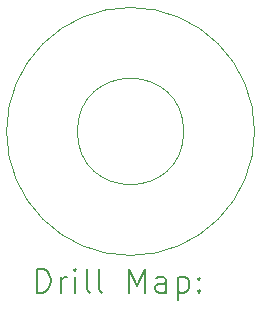
<source format=gbr>
%TF.GenerationSoftware,KiCad,Pcbnew,9.0.1-9.0.1-0~ubuntu24.04.1*%
%TF.CreationDate,2025-04-30T17:46:39+09:00*%
%TF.ProjectId,encoder_disk,656e636f-6465-4725-9f64-69736b2e6b69,rev?*%
%TF.SameCoordinates,Original*%
%TF.FileFunction,Drillmap*%
%TF.FilePolarity,Positive*%
%FSLAX45Y45*%
G04 Gerber Fmt 4.5, Leading zero omitted, Abs format (unit mm)*
G04 Created by KiCad (PCBNEW 9.0.1-9.0.1-0~ubuntu24.04.1) date 2025-04-30 17:46:39*
%MOMM*%
%LPD*%
G01*
G04 APERTURE LIST*
%ADD10C,0.050000*%
%ADD11C,0.200000*%
G04 APERTURE END LIST*
D10*
X15450000Y-10000000D02*
G75*
G02*
X14550000Y-10000000I-450000J0D01*
G01*
X14550000Y-10000000D02*
G75*
G02*
X15450000Y-10000000I450000J0D01*
G01*
X16050000Y-10000000D02*
G75*
G02*
X13950000Y-10000000I-1050000J0D01*
G01*
X13950000Y-10000000D02*
G75*
G02*
X16050000Y-10000000I1050000J0D01*
G01*
D11*
X14208277Y-11363984D02*
X14208277Y-11163984D01*
X14208277Y-11163984D02*
X14255896Y-11163984D01*
X14255896Y-11163984D02*
X14284467Y-11173508D01*
X14284467Y-11173508D02*
X14303515Y-11192555D01*
X14303515Y-11192555D02*
X14313039Y-11211603D01*
X14313039Y-11211603D02*
X14322562Y-11249698D01*
X14322562Y-11249698D02*
X14322562Y-11278269D01*
X14322562Y-11278269D02*
X14313039Y-11316365D01*
X14313039Y-11316365D02*
X14303515Y-11335412D01*
X14303515Y-11335412D02*
X14284467Y-11354460D01*
X14284467Y-11354460D02*
X14255896Y-11363984D01*
X14255896Y-11363984D02*
X14208277Y-11363984D01*
X14408277Y-11363984D02*
X14408277Y-11230650D01*
X14408277Y-11268746D02*
X14417801Y-11249698D01*
X14417801Y-11249698D02*
X14427324Y-11240174D01*
X14427324Y-11240174D02*
X14446372Y-11230650D01*
X14446372Y-11230650D02*
X14465420Y-11230650D01*
X14532086Y-11363984D02*
X14532086Y-11230650D01*
X14532086Y-11163984D02*
X14522562Y-11173508D01*
X14522562Y-11173508D02*
X14532086Y-11183031D01*
X14532086Y-11183031D02*
X14541610Y-11173508D01*
X14541610Y-11173508D02*
X14532086Y-11163984D01*
X14532086Y-11163984D02*
X14532086Y-11183031D01*
X14655896Y-11363984D02*
X14636848Y-11354460D01*
X14636848Y-11354460D02*
X14627324Y-11335412D01*
X14627324Y-11335412D02*
X14627324Y-11163984D01*
X14760658Y-11363984D02*
X14741610Y-11354460D01*
X14741610Y-11354460D02*
X14732086Y-11335412D01*
X14732086Y-11335412D02*
X14732086Y-11163984D01*
X14989229Y-11363984D02*
X14989229Y-11163984D01*
X14989229Y-11163984D02*
X15055896Y-11306841D01*
X15055896Y-11306841D02*
X15122562Y-11163984D01*
X15122562Y-11163984D02*
X15122562Y-11363984D01*
X15303515Y-11363984D02*
X15303515Y-11259222D01*
X15303515Y-11259222D02*
X15293991Y-11240174D01*
X15293991Y-11240174D02*
X15274943Y-11230650D01*
X15274943Y-11230650D02*
X15236848Y-11230650D01*
X15236848Y-11230650D02*
X15217801Y-11240174D01*
X15303515Y-11354460D02*
X15284467Y-11363984D01*
X15284467Y-11363984D02*
X15236848Y-11363984D01*
X15236848Y-11363984D02*
X15217801Y-11354460D01*
X15217801Y-11354460D02*
X15208277Y-11335412D01*
X15208277Y-11335412D02*
X15208277Y-11316365D01*
X15208277Y-11316365D02*
X15217801Y-11297317D01*
X15217801Y-11297317D02*
X15236848Y-11287793D01*
X15236848Y-11287793D02*
X15284467Y-11287793D01*
X15284467Y-11287793D02*
X15303515Y-11278269D01*
X15398753Y-11230650D02*
X15398753Y-11430650D01*
X15398753Y-11240174D02*
X15417801Y-11230650D01*
X15417801Y-11230650D02*
X15455896Y-11230650D01*
X15455896Y-11230650D02*
X15474943Y-11240174D01*
X15474943Y-11240174D02*
X15484467Y-11249698D01*
X15484467Y-11249698D02*
X15493991Y-11268746D01*
X15493991Y-11268746D02*
X15493991Y-11325888D01*
X15493991Y-11325888D02*
X15484467Y-11344936D01*
X15484467Y-11344936D02*
X15474943Y-11354460D01*
X15474943Y-11354460D02*
X15455896Y-11363984D01*
X15455896Y-11363984D02*
X15417801Y-11363984D01*
X15417801Y-11363984D02*
X15398753Y-11354460D01*
X15579705Y-11344936D02*
X15589229Y-11354460D01*
X15589229Y-11354460D02*
X15579705Y-11363984D01*
X15579705Y-11363984D02*
X15570182Y-11354460D01*
X15570182Y-11354460D02*
X15579705Y-11344936D01*
X15579705Y-11344936D02*
X15579705Y-11363984D01*
X15579705Y-11240174D02*
X15589229Y-11249698D01*
X15589229Y-11249698D02*
X15579705Y-11259222D01*
X15579705Y-11259222D02*
X15570182Y-11249698D01*
X15570182Y-11249698D02*
X15579705Y-11240174D01*
X15579705Y-11240174D02*
X15579705Y-11259222D01*
M02*

</source>
